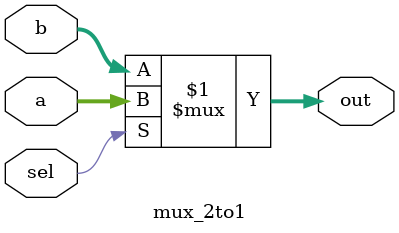
<source format=v>
module mux_2to1(
    input [2:0] a,
    input [2:0] b,
    input sel,
    output [2:0] out
);
    assign out = sel ? a : b;
endmodule

</source>
